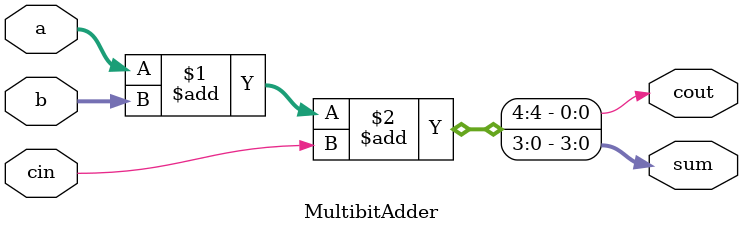
<source format=sv>
module MultibitAdder(a,b,cin,sum,cout);
	input [3:0] a,b;
	input cin;
	output [3:0]sum;
	output cout;
	assign {cout,sum}=a+b+cin;
endmodule


/*
module JKFlipflop(J,K,clk,reset,q);
  input J,K,clk,reset;
  output q;
  wire w;
  assign w=(J&~q)|(~K&q);
  D_Flipflop dff(w,clk,reset,q);
endmodule

module D_Flipflop(Din,clk,reset,q); ////////////// (Din) Missing in vpiPort UHDM output for uhdmtopModules
    input Din,clk,reset;
    output reg q;
    always@(posedge clk)
    begin
    if(reset)
    q=1'b0;
    else
    q=Din;
    end
endmodule
*/    
</source>
